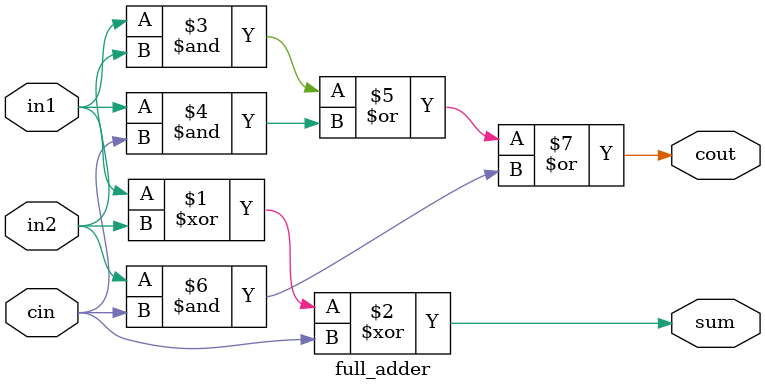
<source format=v>
module full_adder (
  input  in1,
  input  in2,
  input  cin,
  output sum,
  output cout
);

  assign sum  = in1 ^ in2 ^ cin;
  assign cout = (in1 & in2) | (in1 & cin) | (in2 & cin);

endmodule

</source>
